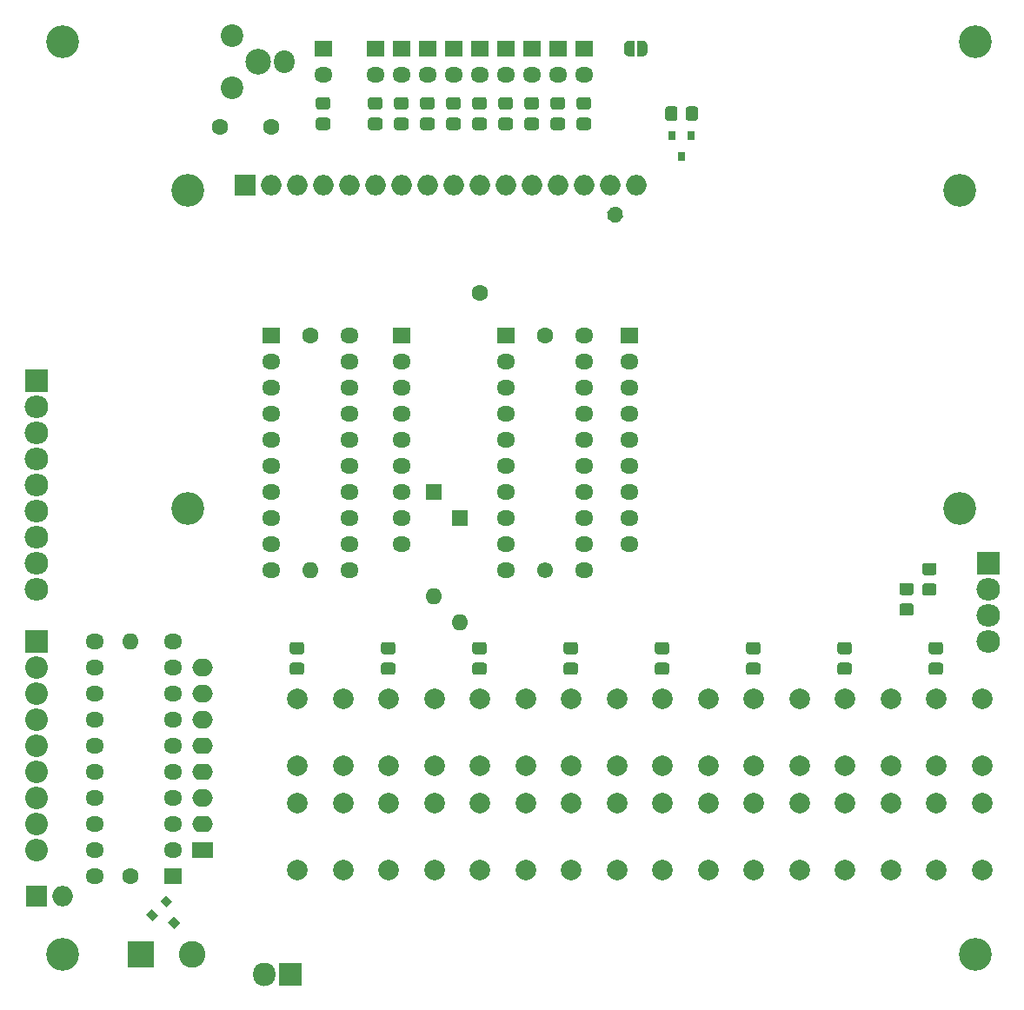
<source format=gbr>
%TF.GenerationSoftware,KiCad,Pcbnew,(5.1.8)-1*%
%TF.CreationDate,2024-08-17T01:38:09+03:00*%
%TF.ProjectId,Ports,506f7274-732e-46b6-9963-61645f706362,rev?*%
%TF.SameCoordinates,Original*%
%TF.FileFunction,Soldermask,Bot*%
%TF.FilePolarity,Negative*%
%FSLAX46Y46*%
G04 Gerber Fmt 4.6, Leading zero omitted, Abs format (unit mm)*
G04 Created by KiCad (PCBNEW (5.1.8)-1) date 2024-08-17 01:38:09*
%MOMM*%
%LPD*%
G01*
G04 APERTURE LIST*
%ADD10C,1.600000*%
%ADD11O,1.600000X1.600000*%
%ADD12R,1.600000X1.600000*%
%ADD13O,2.300000X2.200000*%
%ADD14R,2.300000X2.200000*%
%ADD15O,2.200000X2.300000*%
%ADD16R,2.200000X2.300000*%
%ADD17O,2.200000X2.200000*%
%ADD18R,2.200000X2.200000*%
%ADD19C,0.100000*%
%ADD20R,0.800000X0.900000*%
%ADD21O,1.600000X1.500000*%
%ADD22O,2.000000X2.000000*%
%ADD23R,2.000000X2.000000*%
%ADD24C,2.000000*%
%ADD25O,1.800000X1.500000*%
%ADD26R,1.800000X1.500000*%
%ADD27C,3.200000*%
%ADD28R,2.600000X2.600000*%
%ADD29C,2.600000*%
%ADD30O,2.000000X2.200000*%
%ADD31C,2.200000*%
%ADD32C,2.500000*%
%ADD33R,2.000000X1.600000*%
%ADD34O,2.000000X1.600000*%
%ADD35O,2.000000X1.700000*%
G04 APERTURE END LIST*
D10*
%TO.C,C4*%
X63580000Y-31115000D03*
X68580000Y-31115000D03*
%TD*%
D11*
%TO.C,D28*%
X86995000Y-79375000D03*
D12*
X86995000Y-69215000D03*
%TD*%
D11*
%TO.C,D27*%
X84455000Y-76835000D03*
D12*
X84455000Y-66675000D03*
%TD*%
D13*
%TO.C,J1*%
X45720000Y-76200000D03*
X45720000Y-73660000D03*
X45720000Y-71120000D03*
X45720000Y-68580000D03*
X45720000Y-66040000D03*
X45720000Y-63500000D03*
X45720000Y-60960000D03*
X45720000Y-58420000D03*
D14*
X45720000Y-55880000D03*
%TD*%
D15*
%TO.C,J7*%
X67945000Y-113665000D03*
D16*
X70485000Y-113665000D03*
%TD*%
D17*
%TO.C,J6*%
X45720000Y-101600000D03*
X45720000Y-99060000D03*
X45720000Y-96520000D03*
X45720000Y-93980000D03*
X45720000Y-91440000D03*
X45720000Y-88900000D03*
X45720000Y-86360000D03*
X45720000Y-83820000D03*
D18*
X45720000Y-81280000D03*
%TD*%
D13*
%TO.C,J5*%
X138430000Y-81280000D03*
X138430000Y-78740000D03*
X138430000Y-76200000D03*
D14*
X138430000Y-73660000D03*
%TD*%
D19*
%TO.C,Q2*%
G36*
X58526066Y-108621752D02*
G01*
X59091752Y-108056066D01*
X59728148Y-108692462D01*
X59162462Y-109258148D01*
X58526066Y-108621752D01*
G37*
G36*
X57783604Y-106535787D02*
G01*
X58349290Y-105970101D01*
X58985686Y-106606497D01*
X58420000Y-107172183D01*
X57783604Y-106535787D01*
G37*
G36*
X56440101Y-107879290D02*
G01*
X57005787Y-107313604D01*
X57642183Y-107950000D01*
X57076497Y-108515686D01*
X56440101Y-107879290D01*
G37*
%TD*%
%TO.C,R22*%
G36*
G01*
X108985000Y-30295001D02*
X108985000Y-29394999D01*
G75*
G02*
X109234999Y-29145000I249999J0D01*
G01*
X109935001Y-29145000D01*
G75*
G02*
X110185000Y-29394999I0J-249999D01*
G01*
X110185000Y-30295001D01*
G75*
G02*
X109935001Y-30545000I-249999J0D01*
G01*
X109234999Y-30545000D01*
G75*
G02*
X108985000Y-30295001I0J249999D01*
G01*
G37*
G36*
G01*
X106985000Y-30295001D02*
X106985000Y-29394999D01*
G75*
G02*
X107234999Y-29145000I249999J0D01*
G01*
X107935001Y-29145000D01*
G75*
G02*
X108185000Y-29394999I0J-249999D01*
G01*
X108185000Y-30295001D01*
G75*
G02*
X107935001Y-30545000I-249999J0D01*
G01*
X107234999Y-30545000D01*
G75*
G02*
X106985000Y-30295001I0J249999D01*
G01*
G37*
%TD*%
D20*
%TO.C,Q1*%
X108585000Y-34020000D03*
X109535000Y-32020000D03*
X107635000Y-32020000D03*
%TD*%
D11*
%TO.C,C3*%
X54927500Y-81280000D03*
D10*
X54927500Y-104140000D03*
%TD*%
D11*
%TO.C,C2*%
X72390000Y-74295000D03*
D10*
X72390000Y-51435000D03*
%TD*%
D21*
%TO.C,C1*%
X95250000Y-74295000D03*
D10*
X95250000Y-51435000D03*
%TD*%
D22*
%TO.C,J9*%
X48260000Y-106045000D03*
D23*
X45720000Y-106045000D03*
%TD*%
D19*
%TO.C,JP1*%
G36*
X104775000Y-22745602D02*
G01*
X104799534Y-22745602D01*
X104848365Y-22750412D01*
X104896490Y-22759984D01*
X104943445Y-22774228D01*
X104988778Y-22793005D01*
X105032051Y-22816136D01*
X105072850Y-22843396D01*
X105110779Y-22874524D01*
X105145476Y-22909221D01*
X105176604Y-22947150D01*
X105203864Y-22987949D01*
X105226995Y-23031222D01*
X105245772Y-23076555D01*
X105260016Y-23123510D01*
X105269588Y-23171635D01*
X105274398Y-23220466D01*
X105274398Y-23245000D01*
X105275000Y-23245000D01*
X105275000Y-23745000D01*
X105274398Y-23745000D01*
X105274398Y-23769534D01*
X105269588Y-23818365D01*
X105260016Y-23866490D01*
X105245772Y-23913445D01*
X105226995Y-23958778D01*
X105203864Y-24002051D01*
X105176604Y-24042850D01*
X105145476Y-24080779D01*
X105110779Y-24115476D01*
X105072850Y-24146604D01*
X105032051Y-24173864D01*
X104988778Y-24196995D01*
X104943445Y-24215772D01*
X104896490Y-24230016D01*
X104848365Y-24239588D01*
X104799534Y-24244398D01*
X104775000Y-24244398D01*
X104775000Y-24245000D01*
X104275000Y-24245000D01*
X104275000Y-22745000D01*
X104775000Y-22745000D01*
X104775000Y-22745602D01*
G37*
G36*
X103975000Y-24245000D02*
G01*
X103475000Y-24245000D01*
X103475000Y-24244398D01*
X103450466Y-24244398D01*
X103401635Y-24239588D01*
X103353510Y-24230016D01*
X103306555Y-24215772D01*
X103261222Y-24196995D01*
X103217949Y-24173864D01*
X103177150Y-24146604D01*
X103139221Y-24115476D01*
X103104524Y-24080779D01*
X103073396Y-24042850D01*
X103046136Y-24002051D01*
X103023005Y-23958778D01*
X103004228Y-23913445D01*
X102989984Y-23866490D01*
X102980412Y-23818365D01*
X102975602Y-23769534D01*
X102975602Y-23745000D01*
X102975000Y-23745000D01*
X102975000Y-23245000D01*
X102975602Y-23245000D01*
X102975602Y-23220466D01*
X102980412Y-23171635D01*
X102989984Y-23123510D01*
X103004228Y-23076555D01*
X103023005Y-23031222D01*
X103046136Y-22987949D01*
X103073396Y-22947150D01*
X103104524Y-22909221D01*
X103139221Y-22874524D01*
X103177150Y-22843396D01*
X103217949Y-22816136D01*
X103261222Y-22793005D01*
X103306555Y-22774228D01*
X103353510Y-22759984D01*
X103401635Y-22750412D01*
X103450466Y-22745602D01*
X103475000Y-22745602D01*
X103475000Y-22745000D01*
X103975000Y-22745000D01*
X103975000Y-24245000D01*
G37*
%TD*%
D24*
%TO.C,D26*%
X71120000Y-86845000D03*
X75620000Y-86845000D03*
X71120000Y-93345000D03*
X75620000Y-93345000D03*
%TD*%
%TO.C,D25*%
X71120000Y-97005000D03*
X75620000Y-97005000D03*
X71120000Y-103505000D03*
X75620000Y-103505000D03*
%TD*%
%TO.C,D24*%
X80010000Y-86845000D03*
X84510000Y-86845000D03*
X80010000Y-93345000D03*
X84510000Y-93345000D03*
%TD*%
%TO.C,D23*%
X80010000Y-97005000D03*
X84510000Y-97005000D03*
X80010000Y-103505000D03*
X84510000Y-103505000D03*
%TD*%
%TO.C,D22*%
X88900000Y-86845000D03*
X93400000Y-86845000D03*
X88900000Y-93345000D03*
X93400000Y-93345000D03*
%TD*%
%TO.C,D21*%
X88900000Y-97005000D03*
X93400000Y-97005000D03*
X88900000Y-103505000D03*
X93400000Y-103505000D03*
%TD*%
%TO.C,D20*%
X97790000Y-86845000D03*
X102290000Y-86845000D03*
X97790000Y-93345000D03*
X102290000Y-93345000D03*
%TD*%
%TO.C,D19*%
X97790000Y-97005000D03*
X102290000Y-97005000D03*
X97790000Y-103505000D03*
X102290000Y-103505000D03*
%TD*%
%TO.C,D18*%
X106680000Y-86845000D03*
X111180000Y-86845000D03*
X106680000Y-93345000D03*
X111180000Y-93345000D03*
%TD*%
%TO.C,D17*%
X106680000Y-97005000D03*
X111180000Y-97005000D03*
X106680000Y-103505000D03*
X111180000Y-103505000D03*
%TD*%
%TO.C,D16*%
X115570000Y-86845000D03*
X120070000Y-86845000D03*
X115570000Y-93345000D03*
X120070000Y-93345000D03*
%TD*%
%TO.C,D15*%
X115570000Y-97005000D03*
X120070000Y-97005000D03*
X115570000Y-103505000D03*
X120070000Y-103505000D03*
%TD*%
%TO.C,D14*%
X124460000Y-86845000D03*
X128960000Y-86845000D03*
X124460000Y-93345000D03*
X128960000Y-93345000D03*
%TD*%
%TO.C,D13*%
X124460000Y-97005000D03*
X128960000Y-97005000D03*
X124460000Y-103505000D03*
X128960000Y-103505000D03*
%TD*%
%TO.C,D12*%
X133350000Y-86845000D03*
X137850000Y-86845000D03*
X133350000Y-93345000D03*
X137850000Y-93345000D03*
%TD*%
%TO.C,D11*%
X133350000Y-97005000D03*
X137850000Y-97005000D03*
X133350000Y-103505000D03*
X137850000Y-103505000D03*
%TD*%
D25*
%TO.C,U3*%
X51435000Y-104140000D03*
X59055000Y-81280000D03*
X51435000Y-101600000D03*
X59055000Y-83820000D03*
X51435000Y-99060000D03*
X59055000Y-86360000D03*
X51435000Y-96520000D03*
X59055000Y-88900000D03*
X51435000Y-93980000D03*
X59055000Y-91440000D03*
X51435000Y-91440000D03*
X59055000Y-93980000D03*
X51435000Y-88900000D03*
X59055000Y-96520000D03*
X51435000Y-86360000D03*
X59055000Y-99060000D03*
X51435000Y-83820000D03*
X59055000Y-101600000D03*
X51435000Y-81280000D03*
D26*
X59055000Y-104140000D03*
%TD*%
%TO.C,R21*%
G36*
G01*
X71570001Y-82515000D02*
X70669999Y-82515000D01*
G75*
G02*
X70420000Y-82265001I0J249999D01*
G01*
X70420000Y-81564999D01*
G75*
G02*
X70669999Y-81315000I249999J0D01*
G01*
X71570001Y-81315000D01*
G75*
G02*
X71820000Y-81564999I0J-249999D01*
G01*
X71820000Y-82265001D01*
G75*
G02*
X71570001Y-82515000I-249999J0D01*
G01*
G37*
G36*
G01*
X71570001Y-84515000D02*
X70669999Y-84515000D01*
G75*
G02*
X70420000Y-84265001I0J249999D01*
G01*
X70420000Y-83564999D01*
G75*
G02*
X70669999Y-83315000I249999J0D01*
G01*
X71570001Y-83315000D01*
G75*
G02*
X71820000Y-83564999I0J-249999D01*
G01*
X71820000Y-84265001D01*
G75*
G02*
X71570001Y-84515000I-249999J0D01*
G01*
G37*
%TD*%
%TO.C,R20*%
G36*
G01*
X80460001Y-82515000D02*
X79559999Y-82515000D01*
G75*
G02*
X79310000Y-82265001I0J249999D01*
G01*
X79310000Y-81564999D01*
G75*
G02*
X79559999Y-81315000I249999J0D01*
G01*
X80460001Y-81315000D01*
G75*
G02*
X80710000Y-81564999I0J-249999D01*
G01*
X80710000Y-82265001D01*
G75*
G02*
X80460001Y-82515000I-249999J0D01*
G01*
G37*
G36*
G01*
X80460001Y-84515000D02*
X79559999Y-84515000D01*
G75*
G02*
X79310000Y-84265001I0J249999D01*
G01*
X79310000Y-83564999D01*
G75*
G02*
X79559999Y-83315000I249999J0D01*
G01*
X80460001Y-83315000D01*
G75*
G02*
X80710000Y-83564999I0J-249999D01*
G01*
X80710000Y-84265001D01*
G75*
G02*
X80460001Y-84515000I-249999J0D01*
G01*
G37*
%TD*%
%TO.C,R19*%
G36*
G01*
X89350001Y-82515000D02*
X88449999Y-82515000D01*
G75*
G02*
X88200000Y-82265001I0J249999D01*
G01*
X88200000Y-81564999D01*
G75*
G02*
X88449999Y-81315000I249999J0D01*
G01*
X89350001Y-81315000D01*
G75*
G02*
X89600000Y-81564999I0J-249999D01*
G01*
X89600000Y-82265001D01*
G75*
G02*
X89350001Y-82515000I-249999J0D01*
G01*
G37*
G36*
G01*
X89350001Y-84515000D02*
X88449999Y-84515000D01*
G75*
G02*
X88200000Y-84265001I0J249999D01*
G01*
X88200000Y-83564999D01*
G75*
G02*
X88449999Y-83315000I249999J0D01*
G01*
X89350001Y-83315000D01*
G75*
G02*
X89600000Y-83564999I0J-249999D01*
G01*
X89600000Y-84265001D01*
G75*
G02*
X89350001Y-84515000I-249999J0D01*
G01*
G37*
%TD*%
%TO.C,R18*%
G36*
G01*
X98240001Y-82515000D02*
X97339999Y-82515000D01*
G75*
G02*
X97090000Y-82265001I0J249999D01*
G01*
X97090000Y-81564999D01*
G75*
G02*
X97339999Y-81315000I249999J0D01*
G01*
X98240001Y-81315000D01*
G75*
G02*
X98490000Y-81564999I0J-249999D01*
G01*
X98490000Y-82265001D01*
G75*
G02*
X98240001Y-82515000I-249999J0D01*
G01*
G37*
G36*
G01*
X98240001Y-84515000D02*
X97339999Y-84515000D01*
G75*
G02*
X97090000Y-84265001I0J249999D01*
G01*
X97090000Y-83564999D01*
G75*
G02*
X97339999Y-83315000I249999J0D01*
G01*
X98240001Y-83315000D01*
G75*
G02*
X98490000Y-83564999I0J-249999D01*
G01*
X98490000Y-84265001D01*
G75*
G02*
X98240001Y-84515000I-249999J0D01*
G01*
G37*
%TD*%
%TO.C,R17*%
G36*
G01*
X107130001Y-82515000D02*
X106229999Y-82515000D01*
G75*
G02*
X105980000Y-82265001I0J249999D01*
G01*
X105980000Y-81564999D01*
G75*
G02*
X106229999Y-81315000I249999J0D01*
G01*
X107130001Y-81315000D01*
G75*
G02*
X107380000Y-81564999I0J-249999D01*
G01*
X107380000Y-82265001D01*
G75*
G02*
X107130001Y-82515000I-249999J0D01*
G01*
G37*
G36*
G01*
X107130001Y-84515000D02*
X106229999Y-84515000D01*
G75*
G02*
X105980000Y-84265001I0J249999D01*
G01*
X105980000Y-83564999D01*
G75*
G02*
X106229999Y-83315000I249999J0D01*
G01*
X107130001Y-83315000D01*
G75*
G02*
X107380000Y-83564999I0J-249999D01*
G01*
X107380000Y-84265001D01*
G75*
G02*
X107130001Y-84515000I-249999J0D01*
G01*
G37*
%TD*%
%TO.C,R16*%
G36*
G01*
X116020001Y-82515000D02*
X115119999Y-82515000D01*
G75*
G02*
X114870000Y-82265001I0J249999D01*
G01*
X114870000Y-81564999D01*
G75*
G02*
X115119999Y-81315000I249999J0D01*
G01*
X116020001Y-81315000D01*
G75*
G02*
X116270000Y-81564999I0J-249999D01*
G01*
X116270000Y-82265001D01*
G75*
G02*
X116020001Y-82515000I-249999J0D01*
G01*
G37*
G36*
G01*
X116020001Y-84515000D02*
X115119999Y-84515000D01*
G75*
G02*
X114870000Y-84265001I0J249999D01*
G01*
X114870000Y-83564999D01*
G75*
G02*
X115119999Y-83315000I249999J0D01*
G01*
X116020001Y-83315000D01*
G75*
G02*
X116270000Y-83564999I0J-249999D01*
G01*
X116270000Y-84265001D01*
G75*
G02*
X116020001Y-84515000I-249999J0D01*
G01*
G37*
%TD*%
%TO.C,R15*%
G36*
G01*
X124910001Y-82515000D02*
X124009999Y-82515000D01*
G75*
G02*
X123760000Y-82265001I0J249999D01*
G01*
X123760000Y-81564999D01*
G75*
G02*
X124009999Y-81315000I249999J0D01*
G01*
X124910001Y-81315000D01*
G75*
G02*
X125160000Y-81564999I0J-249999D01*
G01*
X125160000Y-82265001D01*
G75*
G02*
X124910001Y-82515000I-249999J0D01*
G01*
G37*
G36*
G01*
X124910001Y-84515000D02*
X124009999Y-84515000D01*
G75*
G02*
X123760000Y-84265001I0J249999D01*
G01*
X123760000Y-83564999D01*
G75*
G02*
X124009999Y-83315000I249999J0D01*
G01*
X124910001Y-83315000D01*
G75*
G02*
X125160000Y-83564999I0J-249999D01*
G01*
X125160000Y-84265001D01*
G75*
G02*
X124910001Y-84515000I-249999J0D01*
G01*
G37*
%TD*%
%TO.C,R14*%
G36*
G01*
X133800001Y-82515000D02*
X132899999Y-82515000D01*
G75*
G02*
X132650000Y-82265001I0J249999D01*
G01*
X132650000Y-81564999D01*
G75*
G02*
X132899999Y-81315000I249999J0D01*
G01*
X133800001Y-81315000D01*
G75*
G02*
X134050000Y-81564999I0J-249999D01*
G01*
X134050000Y-82265001D01*
G75*
G02*
X133800001Y-82515000I-249999J0D01*
G01*
G37*
G36*
G01*
X133800001Y-84515000D02*
X132899999Y-84515000D01*
G75*
G02*
X132650000Y-84265001I0J249999D01*
G01*
X132650000Y-83564999D01*
G75*
G02*
X132899999Y-83315000I249999J0D01*
G01*
X133800001Y-83315000D01*
G75*
G02*
X134050000Y-83564999I0J-249999D01*
G01*
X134050000Y-84265001D01*
G75*
G02*
X133800001Y-84515000I-249999J0D01*
G01*
G37*
%TD*%
%TO.C,R1*%
G36*
G01*
X101405407Y-40087500D02*
X101405407Y-40087500D01*
G75*
G02*
X101698227Y-38994680I692820J400000D01*
G01*
X101698227Y-38994680D01*
G75*
G02*
X102791047Y-39287500I400000J-692820D01*
G01*
X102791047Y-39287500D01*
G75*
G02*
X102498227Y-40380320I-692820J-400000D01*
G01*
X102498227Y-40380320D01*
G75*
G02*
X101405407Y-40087500I-400000J692820D01*
G01*
G37*
D10*
X88900000Y-47307500D03*
%TD*%
%TO.C,R13*%
G36*
G01*
X98609999Y-30245000D02*
X99510001Y-30245000D01*
G75*
G02*
X99760000Y-30494999I0J-249999D01*
G01*
X99760000Y-31195001D01*
G75*
G02*
X99510001Y-31445000I-249999J0D01*
G01*
X98609999Y-31445000D01*
G75*
G02*
X98360000Y-31195001I0J249999D01*
G01*
X98360000Y-30494999D01*
G75*
G02*
X98609999Y-30245000I249999J0D01*
G01*
G37*
G36*
G01*
X98609999Y-28245000D02*
X99510001Y-28245000D01*
G75*
G02*
X99760000Y-28494999I0J-249999D01*
G01*
X99760000Y-29195001D01*
G75*
G02*
X99510001Y-29445000I-249999J0D01*
G01*
X98609999Y-29445000D01*
G75*
G02*
X98360000Y-29195001I0J249999D01*
G01*
X98360000Y-28494999D01*
G75*
G02*
X98609999Y-28245000I249999J0D01*
G01*
G37*
%TD*%
%TO.C,R12*%
G36*
G01*
X73209999Y-30245000D02*
X74110001Y-30245000D01*
G75*
G02*
X74360000Y-30494999I0J-249999D01*
G01*
X74360000Y-31195001D01*
G75*
G02*
X74110001Y-31445000I-249999J0D01*
G01*
X73209999Y-31445000D01*
G75*
G02*
X72960000Y-31195001I0J249999D01*
G01*
X72960000Y-30494999D01*
G75*
G02*
X73209999Y-30245000I249999J0D01*
G01*
G37*
G36*
G01*
X73209999Y-28245000D02*
X74110001Y-28245000D01*
G75*
G02*
X74360000Y-28494999I0J-249999D01*
G01*
X74360000Y-29195001D01*
G75*
G02*
X74110001Y-29445000I-249999J0D01*
G01*
X73209999Y-29445000D01*
G75*
G02*
X72960000Y-29195001I0J249999D01*
G01*
X72960000Y-28494999D01*
G75*
G02*
X73209999Y-28245000I249999J0D01*
G01*
G37*
%TD*%
%TO.C,R11*%
G36*
G01*
X96069999Y-30245000D02*
X96970001Y-30245000D01*
G75*
G02*
X97220000Y-30494999I0J-249999D01*
G01*
X97220000Y-31195001D01*
G75*
G02*
X96970001Y-31445000I-249999J0D01*
G01*
X96069999Y-31445000D01*
G75*
G02*
X95820000Y-31195001I0J249999D01*
G01*
X95820000Y-30494999D01*
G75*
G02*
X96069999Y-30245000I249999J0D01*
G01*
G37*
G36*
G01*
X96069999Y-28245000D02*
X96970001Y-28245000D01*
G75*
G02*
X97220000Y-28494999I0J-249999D01*
G01*
X97220000Y-29195001D01*
G75*
G02*
X96970001Y-29445000I-249999J0D01*
G01*
X96069999Y-29445000D01*
G75*
G02*
X95820000Y-29195001I0J249999D01*
G01*
X95820000Y-28494999D01*
G75*
G02*
X96069999Y-28245000I249999J0D01*
G01*
G37*
%TD*%
%TO.C,R10*%
G36*
G01*
X78289999Y-30245000D02*
X79190001Y-30245000D01*
G75*
G02*
X79440000Y-30494999I0J-249999D01*
G01*
X79440000Y-31195001D01*
G75*
G02*
X79190001Y-31445000I-249999J0D01*
G01*
X78289999Y-31445000D01*
G75*
G02*
X78040000Y-31195001I0J249999D01*
G01*
X78040000Y-30494999D01*
G75*
G02*
X78289999Y-30245000I249999J0D01*
G01*
G37*
G36*
G01*
X78289999Y-28245000D02*
X79190001Y-28245000D01*
G75*
G02*
X79440000Y-28494999I0J-249999D01*
G01*
X79440000Y-29195001D01*
G75*
G02*
X79190001Y-29445000I-249999J0D01*
G01*
X78289999Y-29445000D01*
G75*
G02*
X78040000Y-29195001I0J249999D01*
G01*
X78040000Y-28494999D01*
G75*
G02*
X78289999Y-28245000I249999J0D01*
G01*
G37*
%TD*%
%TO.C,R9*%
G36*
G01*
X93529999Y-30245000D02*
X94430001Y-30245000D01*
G75*
G02*
X94680000Y-30494999I0J-249999D01*
G01*
X94680000Y-31195001D01*
G75*
G02*
X94430001Y-31445000I-249999J0D01*
G01*
X93529999Y-31445000D01*
G75*
G02*
X93280000Y-31195001I0J249999D01*
G01*
X93280000Y-30494999D01*
G75*
G02*
X93529999Y-30245000I249999J0D01*
G01*
G37*
G36*
G01*
X93529999Y-28245000D02*
X94430001Y-28245000D01*
G75*
G02*
X94680000Y-28494999I0J-249999D01*
G01*
X94680000Y-29195001D01*
G75*
G02*
X94430001Y-29445000I-249999J0D01*
G01*
X93529999Y-29445000D01*
G75*
G02*
X93280000Y-29195001I0J249999D01*
G01*
X93280000Y-28494999D01*
G75*
G02*
X93529999Y-28245000I249999J0D01*
G01*
G37*
%TD*%
%TO.C,R8*%
G36*
G01*
X90989999Y-30245000D02*
X91890001Y-30245000D01*
G75*
G02*
X92140000Y-30494999I0J-249999D01*
G01*
X92140000Y-31195001D01*
G75*
G02*
X91890001Y-31445000I-249999J0D01*
G01*
X90989999Y-31445000D01*
G75*
G02*
X90740000Y-31195001I0J249999D01*
G01*
X90740000Y-30494999D01*
G75*
G02*
X90989999Y-30245000I249999J0D01*
G01*
G37*
G36*
G01*
X90989999Y-28245000D02*
X91890001Y-28245000D01*
G75*
G02*
X92140000Y-28494999I0J-249999D01*
G01*
X92140000Y-29195001D01*
G75*
G02*
X91890001Y-29445000I-249999J0D01*
G01*
X90989999Y-29445000D01*
G75*
G02*
X90740000Y-29195001I0J249999D01*
G01*
X90740000Y-28494999D01*
G75*
G02*
X90989999Y-28245000I249999J0D01*
G01*
G37*
%TD*%
%TO.C,R7*%
G36*
G01*
X88449999Y-30245000D02*
X89350001Y-30245000D01*
G75*
G02*
X89600000Y-30494999I0J-249999D01*
G01*
X89600000Y-31195001D01*
G75*
G02*
X89350001Y-31445000I-249999J0D01*
G01*
X88449999Y-31445000D01*
G75*
G02*
X88200000Y-31195001I0J249999D01*
G01*
X88200000Y-30494999D01*
G75*
G02*
X88449999Y-30245000I249999J0D01*
G01*
G37*
G36*
G01*
X88449999Y-28245000D02*
X89350001Y-28245000D01*
G75*
G02*
X89600000Y-28494999I0J-249999D01*
G01*
X89600000Y-29195001D01*
G75*
G02*
X89350001Y-29445000I-249999J0D01*
G01*
X88449999Y-29445000D01*
G75*
G02*
X88200000Y-29195001I0J249999D01*
G01*
X88200000Y-28494999D01*
G75*
G02*
X88449999Y-28245000I249999J0D01*
G01*
G37*
%TD*%
%TO.C,R6*%
G36*
G01*
X85909999Y-30245000D02*
X86810001Y-30245000D01*
G75*
G02*
X87060000Y-30494999I0J-249999D01*
G01*
X87060000Y-31195001D01*
G75*
G02*
X86810001Y-31445000I-249999J0D01*
G01*
X85909999Y-31445000D01*
G75*
G02*
X85660000Y-31195001I0J249999D01*
G01*
X85660000Y-30494999D01*
G75*
G02*
X85909999Y-30245000I249999J0D01*
G01*
G37*
G36*
G01*
X85909999Y-28245000D02*
X86810001Y-28245000D01*
G75*
G02*
X87060000Y-28494999I0J-249999D01*
G01*
X87060000Y-29195001D01*
G75*
G02*
X86810001Y-29445000I-249999J0D01*
G01*
X85909999Y-29445000D01*
G75*
G02*
X85660000Y-29195001I0J249999D01*
G01*
X85660000Y-28494999D01*
G75*
G02*
X85909999Y-28245000I249999J0D01*
G01*
G37*
%TD*%
%TO.C,R5*%
G36*
G01*
X83369999Y-30245000D02*
X84270001Y-30245000D01*
G75*
G02*
X84520000Y-30494999I0J-249999D01*
G01*
X84520000Y-31195001D01*
G75*
G02*
X84270001Y-31445000I-249999J0D01*
G01*
X83369999Y-31445000D01*
G75*
G02*
X83120000Y-31195001I0J249999D01*
G01*
X83120000Y-30494999D01*
G75*
G02*
X83369999Y-30245000I249999J0D01*
G01*
G37*
G36*
G01*
X83369999Y-28245000D02*
X84270001Y-28245000D01*
G75*
G02*
X84520000Y-28494999I0J-249999D01*
G01*
X84520000Y-29195001D01*
G75*
G02*
X84270001Y-29445000I-249999J0D01*
G01*
X83369999Y-29445000D01*
G75*
G02*
X83120000Y-29195001I0J249999D01*
G01*
X83120000Y-28494999D01*
G75*
G02*
X83369999Y-28245000I249999J0D01*
G01*
G37*
%TD*%
%TO.C,R4*%
G36*
G01*
X80829999Y-30245000D02*
X81730001Y-30245000D01*
G75*
G02*
X81980000Y-30494999I0J-249999D01*
G01*
X81980000Y-31195001D01*
G75*
G02*
X81730001Y-31445000I-249999J0D01*
G01*
X80829999Y-31445000D01*
G75*
G02*
X80580000Y-31195001I0J249999D01*
G01*
X80580000Y-30494999D01*
G75*
G02*
X80829999Y-30245000I249999J0D01*
G01*
G37*
G36*
G01*
X80829999Y-28245000D02*
X81730001Y-28245000D01*
G75*
G02*
X81980000Y-28494999I0J-249999D01*
G01*
X81980000Y-29195001D01*
G75*
G02*
X81730001Y-29445000I-249999J0D01*
G01*
X80829999Y-29445000D01*
G75*
G02*
X80580000Y-29195001I0J249999D01*
G01*
X80580000Y-28494999D01*
G75*
G02*
X80829999Y-28245000I249999J0D01*
G01*
G37*
%TD*%
D25*
%TO.C,D10*%
X99060000Y-26035000D03*
D26*
X99060000Y-23495000D03*
%TD*%
D25*
%TO.C,D9*%
X73660000Y-26035000D03*
D26*
X73660000Y-23495000D03*
%TD*%
D25*
%TO.C,D8*%
X96520000Y-26035000D03*
D26*
X96520000Y-23495000D03*
%TD*%
D25*
%TO.C,D7*%
X78740000Y-26035000D03*
D26*
X78740000Y-23495000D03*
%TD*%
D25*
%TO.C,D6*%
X93980000Y-26035000D03*
D26*
X93980000Y-23495000D03*
%TD*%
D25*
%TO.C,D5*%
X91440000Y-26035000D03*
D26*
X91440000Y-23495000D03*
%TD*%
D25*
%TO.C,D4*%
X88900000Y-26035000D03*
D26*
X88900000Y-23495000D03*
%TD*%
D25*
%TO.C,D3*%
X86360000Y-26035000D03*
D26*
X86360000Y-23495000D03*
%TD*%
D25*
%TO.C,D2*%
X83820000Y-26035000D03*
D26*
X83820000Y-23495000D03*
%TD*%
D25*
%TO.C,D1*%
X81280000Y-26035000D03*
D26*
X81280000Y-23495000D03*
%TD*%
%TO.C,R3*%
G36*
G01*
X132264999Y-75600000D02*
X133165001Y-75600000D01*
G75*
G02*
X133415000Y-75849999I0J-249999D01*
G01*
X133415000Y-76550001D01*
G75*
G02*
X133165001Y-76800000I-249999J0D01*
G01*
X132264999Y-76800000D01*
G75*
G02*
X132015000Y-76550001I0J249999D01*
G01*
X132015000Y-75849999D01*
G75*
G02*
X132264999Y-75600000I249999J0D01*
G01*
G37*
G36*
G01*
X132264999Y-73600000D02*
X133165001Y-73600000D01*
G75*
G02*
X133415000Y-73849999I0J-249999D01*
G01*
X133415000Y-74550001D01*
G75*
G02*
X133165001Y-74800000I-249999J0D01*
G01*
X132264999Y-74800000D01*
G75*
G02*
X132015000Y-74550001I0J249999D01*
G01*
X132015000Y-73849999D01*
G75*
G02*
X132264999Y-73600000I249999J0D01*
G01*
G37*
%TD*%
%TO.C,R2*%
G36*
G01*
X130942501Y-76752500D02*
X130042499Y-76752500D01*
G75*
G02*
X129792500Y-76502501I0J249999D01*
G01*
X129792500Y-75802499D01*
G75*
G02*
X130042499Y-75552500I249999J0D01*
G01*
X130942501Y-75552500D01*
G75*
G02*
X131192500Y-75802499I0J-249999D01*
G01*
X131192500Y-76502501D01*
G75*
G02*
X130942501Y-76752500I-249999J0D01*
G01*
G37*
G36*
G01*
X130942501Y-78752500D02*
X130042499Y-78752500D01*
G75*
G02*
X129792500Y-78502501I0J249999D01*
G01*
X129792500Y-77802499D01*
G75*
G02*
X130042499Y-77552500I249999J0D01*
G01*
X130942501Y-77552500D01*
G75*
G02*
X131192500Y-77802499I0J-249999D01*
G01*
X131192500Y-78502501D01*
G75*
G02*
X130942501Y-78752500I-249999J0D01*
G01*
G37*
%TD*%
D27*
%TO.C,H8*%
X135636000Y-68326000D03*
%TD*%
%TO.C,H7*%
X135636000Y-37338000D03*
%TD*%
%TO.C,H6*%
X60452000Y-68326000D03*
%TD*%
%TO.C,H5*%
X60452000Y-37338000D03*
%TD*%
%TO.C,H4*%
X137160000Y-111760000D03*
%TD*%
%TO.C,H3*%
X137160000Y-22860000D03*
%TD*%
%TO.C,H2*%
X48260000Y-111760000D03*
%TD*%
%TO.C,H1*%
X48260000Y-22860000D03*
%TD*%
D22*
%TO.C,DS1*%
X104140000Y-36830000D03*
X101600000Y-36830000D03*
X99060000Y-36830000D03*
X96520000Y-36830000D03*
X93980000Y-36830000D03*
X91440000Y-36830000D03*
X88900000Y-36830000D03*
X86360000Y-36830000D03*
X83820000Y-36830000D03*
X81280000Y-36830000D03*
X78740000Y-36830000D03*
X76200000Y-36830000D03*
X73660000Y-36830000D03*
X71120000Y-36830000D03*
X68580000Y-36830000D03*
D23*
X66040000Y-36830000D03*
%TD*%
D25*
%TO.C,J2*%
X81280000Y-71755000D03*
X81280000Y-69215000D03*
X81280000Y-66675000D03*
X81280000Y-64135000D03*
X81280000Y-61595000D03*
X81280000Y-59055000D03*
X81280000Y-56515000D03*
X81280000Y-53975000D03*
D26*
X81280000Y-51435000D03*
%TD*%
%TO.C,J3*%
X103505000Y-51435000D03*
D25*
X103505000Y-53975000D03*
X103505000Y-56515000D03*
X103505000Y-59055000D03*
X103505000Y-61595000D03*
X103505000Y-64135000D03*
X103505000Y-66675000D03*
X103505000Y-69215000D03*
X103505000Y-71755000D03*
%TD*%
D28*
%TO.C,J4*%
X55880000Y-111760000D03*
D29*
X60880000Y-111760000D03*
%TD*%
D30*
%TO.C,RV1*%
X69850000Y-24765000D03*
D31*
X64770000Y-22225000D03*
X64770000Y-27305000D03*
D32*
X67310000Y-24765000D03*
%TD*%
D26*
%TO.C,U1*%
X68580000Y-51435000D03*
D25*
X76200000Y-74295000D03*
X68580000Y-53975000D03*
X76200000Y-71755000D03*
X68580000Y-56515000D03*
X76200000Y-69215000D03*
X68580000Y-59055000D03*
X76200000Y-66675000D03*
X68580000Y-61595000D03*
X76200000Y-64135000D03*
X68580000Y-64135000D03*
X76200000Y-61595000D03*
X68580000Y-66675000D03*
X76200000Y-59055000D03*
X68580000Y-69215000D03*
X76200000Y-56515000D03*
X68580000Y-71755000D03*
X76200000Y-53975000D03*
X68580000Y-74295000D03*
X76200000Y-51435000D03*
%TD*%
%TO.C,U2*%
X99060000Y-51435000D03*
X91440000Y-74295000D03*
X99060000Y-53975000D03*
X91440000Y-71755000D03*
X99060000Y-56515000D03*
X91440000Y-69215000D03*
X99060000Y-59055000D03*
X91440000Y-66675000D03*
X99060000Y-61595000D03*
X91440000Y-64135000D03*
X99060000Y-64135000D03*
X91440000Y-61595000D03*
X99060000Y-66675000D03*
X91440000Y-59055000D03*
X99060000Y-69215000D03*
X91440000Y-56515000D03*
X99060000Y-71755000D03*
X91440000Y-53975000D03*
X99060000Y-74295000D03*
D26*
X91440000Y-51435000D03*
%TD*%
D33*
%TO.C,J8*%
X61912500Y-101600000D03*
D34*
X61912500Y-99060000D03*
D35*
X61912500Y-96520000D03*
D34*
X61912500Y-93980000D03*
X61912500Y-91440000D03*
D35*
X61912500Y-88900000D03*
X61912500Y-86360000D03*
X61912500Y-83820000D03*
%TD*%
M02*

</source>
